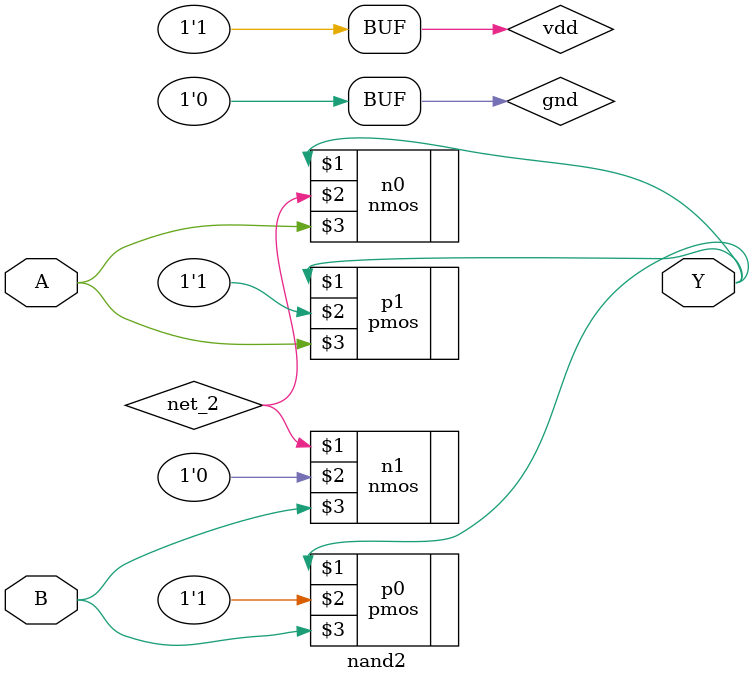
<source format=v>
module nand2(A, B, Y);
	// Initialize Inputs 
	input A, B;
	output Y;

	supply1 vdd; // supply1 is the Vdd 
	supply0 gnd; // supply0 is ground 
	wire net_2;

	// Format: gate_type individual_gate_name(inputs..., outputs...);
	// For nmos and pmos: (drain, source, gate) 
	nmos n0(Y, net_2, A);
	nmos n1(net_2, gnd, B); 
	pmos p0(Y, vdd, B);
	pmos p1(Y, vdd, A); 
	
endmodule
</source>
